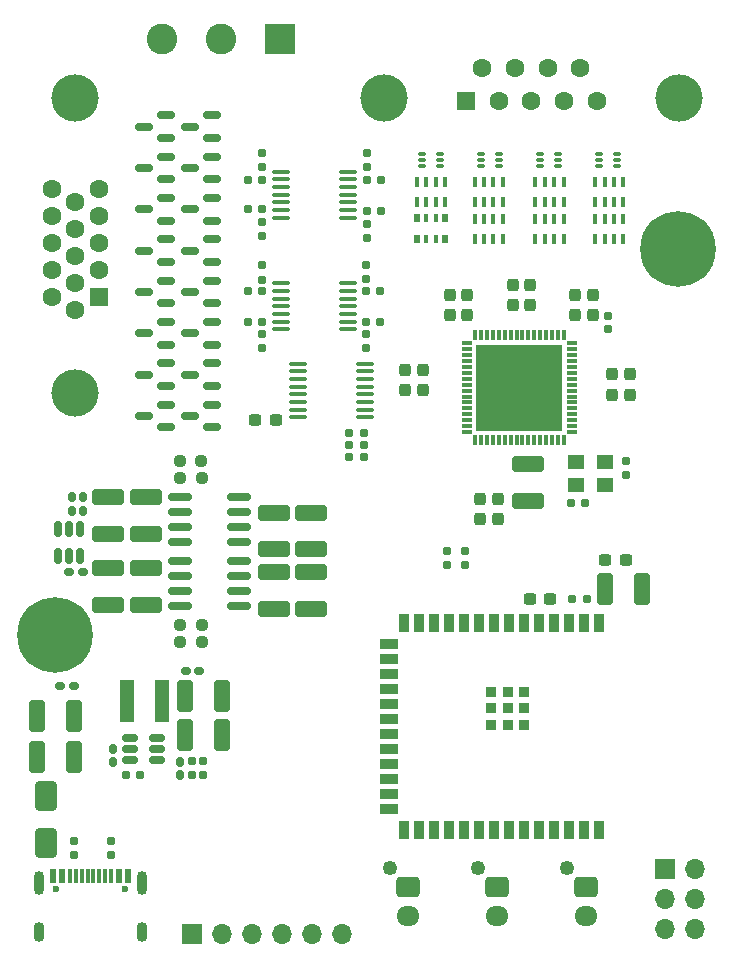
<source format=gbr>
%TF.GenerationSoftware,KiCad,Pcbnew,8.0.2*%
%TF.CreationDate,2025-01-11T16:17:31-03:00*%
%TF.ProjectId,EEG,4545472e-6b69-4636-9164-5f7063625858,rev?*%
%TF.SameCoordinates,Original*%
%TF.FileFunction,Soldermask,Top*%
%TF.FilePolarity,Negative*%
%FSLAX46Y46*%
G04 Gerber Fmt 4.6, Leading zero omitted, Abs format (unit mm)*
G04 Created by KiCad (PCBNEW 8.0.2) date 2025-01-11 16:17:31*
%MOMM*%
%LPD*%
G01*
G04 APERTURE LIST*
G04 Aperture macros list*
%AMRoundRect*
0 Rectangle with rounded corners*
0 $1 Rounding radius*
0 $2 $3 $4 $5 $6 $7 $8 $9 X,Y pos of 4 corners*
0 Add a 4 corners polygon primitive as box body*
4,1,4,$2,$3,$4,$5,$6,$7,$8,$9,$2,$3,0*
0 Add four circle primitives for the rounded corners*
1,1,$1+$1,$2,$3*
1,1,$1+$1,$4,$5*
1,1,$1+$1,$6,$7*
1,1,$1+$1,$8,$9*
0 Add four rect primitives between the rounded corners*
20,1,$1+$1,$2,$3,$4,$5,0*
20,1,$1+$1,$4,$5,$6,$7,0*
20,1,$1+$1,$6,$7,$8,$9,0*
20,1,$1+$1,$8,$9,$2,$3,0*%
G04 Aperture macros list end*
%ADD10RoundRect,0.237500X0.237500X-0.300000X0.237500X0.300000X-0.237500X0.300000X-0.237500X-0.300000X0*%
%ADD11RoundRect,0.150000X0.587500X0.150000X-0.587500X0.150000X-0.587500X-0.150000X0.587500X-0.150000X0*%
%ADD12R,0.400000X0.900000*%
%ADD13RoundRect,0.237500X-0.250000X-0.237500X0.250000X-0.237500X0.250000X0.237500X-0.250000X0.237500X0*%
%ADD14R,0.500000X0.800000*%
%ADD15R,0.400000X0.800000*%
%ADD16RoundRect,0.160000X-0.160000X0.197500X-0.160000X-0.197500X0.160000X-0.197500X0.160000X0.197500X0*%
%ADD17RoundRect,0.237500X0.300000X0.237500X-0.300000X0.237500X-0.300000X-0.237500X0.300000X-0.237500X0*%
%ADD18RoundRect,0.250000X0.412500X1.100000X-0.412500X1.100000X-0.412500X-1.100000X0.412500X-1.100000X0*%
%ADD19RoundRect,0.100000X-0.637500X-0.100000X0.637500X-0.100000X0.637500X0.100000X-0.637500X0.100000X0*%
%ADD20RoundRect,0.250000X-0.650000X1.000000X-0.650000X-1.000000X0.650000X-1.000000X0.650000X1.000000X0*%
%ADD21RoundRect,0.160000X0.160000X-0.197500X0.160000X0.197500X-0.160000X0.197500X-0.160000X-0.197500X0*%
%ADD22C,0.800000*%
%ADD23C,6.400000*%
%ADD24RoundRect,0.237500X-0.237500X0.300000X-0.237500X-0.300000X0.237500X-0.300000X0.237500X0.300000X0*%
%ADD25RoundRect,0.150000X-0.825000X-0.150000X0.825000X-0.150000X0.825000X0.150000X-0.825000X0.150000X0*%
%ADD26RoundRect,0.160000X-0.197500X-0.160000X0.197500X-0.160000X0.197500X0.160000X-0.197500X0.160000X0*%
%ADD27RoundRect,0.237500X-0.300000X-0.237500X0.300000X-0.237500X0.300000X0.237500X-0.300000X0.237500X0*%
%ADD28RoundRect,0.237500X0.250000X0.237500X-0.250000X0.237500X-0.250000X-0.237500X0.250000X-0.237500X0*%
%ADD29RoundRect,0.250000X-0.412500X-1.100000X0.412500X-1.100000X0.412500X1.100000X-0.412500X1.100000X0*%
%ADD30RoundRect,0.050000X-0.285000X-0.100000X0.285000X-0.100000X0.285000X0.100000X-0.285000X0.100000X0*%
%ADD31C,4.000000*%
%ADD32R,1.600000X1.600000*%
%ADD33C,1.600000*%
%ADD34C,1.250000*%
%ADD35RoundRect,0.250000X-0.725000X0.600000X-0.725000X-0.600000X0.725000X-0.600000X0.725000X0.600000X0*%
%ADD36O,1.950000X1.700000*%
%ADD37RoundRect,0.155000X-0.155000X0.212500X-0.155000X-0.212500X0.155000X-0.212500X0.155000X0.212500X0*%
%ADD38RoundRect,0.250000X-1.100000X0.412500X-1.100000X-0.412500X1.100000X-0.412500X1.100000X0.412500X0*%
%ADD39RoundRect,0.160000X0.197500X0.160000X-0.197500X0.160000X-0.197500X-0.160000X0.197500X-0.160000X0*%
%ADD40RoundRect,0.160000X0.160000X-0.222500X0.160000X0.222500X-0.160000X0.222500X-0.160000X-0.222500X0*%
%ADD41C,0.600000*%
%ADD42R,0.600000X1.160000*%
%ADD43R,0.300000X1.160000*%
%ADD44O,0.900000X2.000000*%
%ADD45O,0.900000X1.700000*%
%ADD46RoundRect,0.250000X1.100000X-0.412500X1.100000X0.412500X-1.100000X0.412500X-1.100000X-0.412500X0*%
%ADD47R,1.150000X3.600000*%
%ADD48RoundRect,0.150000X-0.150000X0.512500X-0.150000X-0.512500X0.150000X-0.512500X0.150000X0.512500X0*%
%ADD49R,2.600000X2.600000*%
%ADD50C,2.600000*%
%ADD51R,1.400000X1.200000*%
%ADD52R,0.850000X0.300000*%
%ADD53R,0.300000X0.850000*%
%ADD54R,7.350000X7.350000*%
%ADD55RoundRect,0.160000X0.222500X0.160000X-0.222500X0.160000X-0.222500X-0.160000X0.222500X-0.160000X0*%
%ADD56RoundRect,0.155000X-0.212500X-0.155000X0.212500X-0.155000X0.212500X0.155000X-0.212500X0.155000X0*%
%ADD57RoundRect,0.160000X-0.222500X-0.160000X0.222500X-0.160000X0.222500X0.160000X-0.222500X0.160000X0*%
%ADD58R,1.700000X1.700000*%
%ADD59O,1.700000X1.700000*%
%ADD60RoundRect,0.150000X-0.512500X-0.150000X0.512500X-0.150000X0.512500X0.150000X-0.512500X0.150000X0*%
%ADD61R,0.900000X1.500000*%
%ADD62R,1.500000X0.900000*%
%ADD63R,0.900000X0.900000*%
G04 APERTURE END LIST*
D10*
%TO.C,C4*%
X183800000Y-96712500D03*
X183800000Y-94987500D03*
%TD*%
D11*
%TO.C,Q7*%
X147700000Y-95700000D03*
X147700000Y-93800000D03*
X145825000Y-94750000D03*
%TD*%
D12*
%TO.C,CN4*%
X184000000Y-90300000D03*
X184800000Y-90300000D03*
X185600000Y-90300000D03*
X186400000Y-90300000D03*
X186400000Y-88600000D03*
X185600000Y-88600000D03*
X184800000Y-88600000D03*
X184000000Y-88600000D03*
%TD*%
D13*
%TO.C,R10*%
X148880000Y-122925000D03*
X150705000Y-122925000D03*
%TD*%
D10*
%TO.C,C14*%
X185450000Y-101725000D03*
X185450000Y-103450000D03*
%TD*%
D12*
%TO.C,RN3*%
X178950000Y-87150000D03*
X179750000Y-87150000D03*
X180550000Y-87150000D03*
X181350000Y-87150000D03*
X181350000Y-85450000D03*
X180550000Y-85450000D03*
X179750000Y-85450000D03*
X178950000Y-85450000D03*
%TD*%
D14*
%TO.C,CN1*%
X168900000Y-90300000D03*
D15*
X169700000Y-90300000D03*
X170500000Y-90300000D03*
D14*
X171300000Y-90300000D03*
X171300000Y-88500000D03*
D15*
X170500000Y-88500000D03*
X169700000Y-88500000D03*
D14*
X168900000Y-88500000D03*
%TD*%
D16*
%TO.C,R7*%
X149842500Y-134477500D03*
X149842500Y-135672500D03*
%TD*%
D17*
%TO.C,C39*%
X156962500Y-105600000D03*
X155237500Y-105600000D03*
%TD*%
D18*
%TO.C,C22*%
X139852500Y-130625000D03*
X136727500Y-130625000D03*
%TD*%
D19*
%TO.C,U12*%
X158825000Y-100825000D03*
X158825000Y-101475000D03*
X158825000Y-102125000D03*
X158825000Y-102775000D03*
X158825000Y-103425000D03*
X158825000Y-104075000D03*
X158825000Y-104725000D03*
X158825000Y-105375000D03*
X164550000Y-105375000D03*
X164550000Y-104725000D03*
X164550000Y-104075000D03*
X164550000Y-103425000D03*
X164550000Y-102775000D03*
X164550000Y-102125000D03*
X164550000Y-101475000D03*
X164550000Y-100825000D03*
%TD*%
D20*
%TO.C,D1*%
X137480000Y-137425000D03*
X137480000Y-141425000D03*
%TD*%
D21*
%TO.C,R33*%
X172980000Y-117860000D03*
X172980000Y-116665000D03*
%TD*%
D10*
%TO.C,C10*%
X178515000Y-95850000D03*
X178515000Y-94125000D03*
%TD*%
%TO.C,C11*%
X177025000Y-95850000D03*
X177025000Y-94125000D03*
%TD*%
D22*
%TO.C,H2*%
X188600000Y-91100000D03*
X189302944Y-89402944D03*
X189302944Y-92797056D03*
X191000000Y-88700000D03*
D23*
X191000000Y-91100000D03*
D22*
X191000000Y-93500000D03*
X192697056Y-89402944D03*
X192697056Y-92797056D03*
X193400000Y-91100000D03*
%TD*%
D19*
%TO.C,U10*%
X157375000Y-94001250D03*
X157375000Y-94651250D03*
X157375000Y-95301250D03*
X157375000Y-95951250D03*
X157375000Y-96601250D03*
X157375000Y-97251250D03*
X157375000Y-97901250D03*
X163100000Y-97901250D03*
X163100000Y-97251250D03*
X163100000Y-96601250D03*
X163100000Y-95951250D03*
X163100000Y-95301250D03*
X163100000Y-94651250D03*
X163100000Y-94001250D03*
%TD*%
D11*
%TO.C,Q4*%
X151600000Y-102700000D03*
X151600000Y-100800000D03*
X149725000Y-101750000D03*
%TD*%
%TO.C,Q16*%
X151600000Y-81700000D03*
X151600000Y-79800000D03*
X149725000Y-80750000D03*
%TD*%
D24*
%TO.C,C8*%
X175800000Y-112237500D03*
X175800000Y-113962500D03*
%TD*%
D25*
%TO.C,U9*%
X148880000Y-117525000D03*
X148880000Y-118795000D03*
X148880000Y-120065000D03*
X148880000Y-121335000D03*
X153830000Y-121335000D03*
X153830000Y-120065000D03*
X153830000Y-118795000D03*
X153830000Y-117525000D03*
%TD*%
D12*
%TO.C,CN3*%
X178950000Y-90300000D03*
X179750000Y-90300000D03*
X180550000Y-90300000D03*
X181350000Y-90300000D03*
X181350000Y-88600000D03*
X180550000Y-88600000D03*
X179750000Y-88600000D03*
X178950000Y-88600000D03*
%TD*%
D21*
%TO.C,R16*%
X155800000Y-99498750D03*
X155800000Y-98303750D03*
%TD*%
D26*
%TO.C,R29*%
X163205000Y-106700000D03*
X164400000Y-106700000D03*
%TD*%
D27*
%TO.C,C2*%
X184875000Y-117462500D03*
X186600000Y-117462500D03*
%TD*%
D28*
%TO.C,R8*%
X150667500Y-109025000D03*
X148842500Y-109025000D03*
%TD*%
D10*
%TO.C,C9*%
X182300000Y-96720000D03*
X182300000Y-94995000D03*
%TD*%
D29*
%TO.C,C24*%
X149280000Y-128975000D03*
X152405000Y-128975000D03*
%TD*%
D30*
%TO.C,U2*%
X169360000Y-83100000D03*
X169360000Y-83600000D03*
X169360000Y-84100000D03*
X170840000Y-84100000D03*
X170840000Y-83600000D03*
X170840000Y-83100000D03*
%TD*%
D31*
%TO.C,J3*%
X191100000Y-78300000D03*
X166100000Y-78300000D03*
D32*
X173060000Y-78600000D03*
D33*
X175830000Y-78600000D03*
X178600000Y-78600000D03*
X181370000Y-78600000D03*
X184140000Y-78600000D03*
X174445000Y-75760000D03*
X177215000Y-75760000D03*
X179985000Y-75760000D03*
X182755000Y-75760000D03*
%TD*%
D10*
%TO.C,C13*%
X171700000Y-96720000D03*
X171700000Y-94995000D03*
%TD*%
D34*
%TO.C,J7*%
X166600000Y-143500000D03*
D35*
X168200000Y-145100000D03*
D36*
X168200000Y-147600000D03*
%TD*%
D11*
%TO.C,Q3*%
X147700000Y-102700000D03*
X147700000Y-100800000D03*
X145825000Y-101750000D03*
%TD*%
D13*
%TO.C,R5*%
X148855000Y-110525000D03*
X150680000Y-110525000D03*
%TD*%
D10*
%TO.C,C6*%
X169400000Y-103062500D03*
X169400000Y-101337500D03*
%TD*%
D34*
%TO.C,J8*%
X174100000Y-143500000D03*
D35*
X175700000Y-145100000D03*
D36*
X175700000Y-147600000D03*
%TD*%
D21*
%TO.C,R6*%
X150842500Y-134475000D03*
X150842500Y-135670000D03*
%TD*%
D11*
%TO.C,Q5*%
X147700000Y-99200000D03*
X147700000Y-97300000D03*
X145825000Y-98250000D03*
%TD*%
D37*
%TO.C,C19*%
X186600000Y-109100000D03*
X186600000Y-110235000D03*
%TD*%
D30*
%TO.C,U5*%
X184360000Y-83100000D03*
X184360000Y-83600000D03*
X184360000Y-84100000D03*
X185840000Y-84100000D03*
X185840000Y-83600000D03*
X185840000Y-83100000D03*
%TD*%
D16*
%TO.C,R18*%
X164600000Y-92453750D03*
X164600000Y-93648750D03*
%TD*%
D38*
%TO.C,C29*%
X142780000Y-112125000D03*
X142780000Y-115250000D03*
%TD*%
D26*
%TO.C,R30*%
X163205000Y-107700000D03*
X164400000Y-107700000D03*
%TD*%
D12*
%TO.C,RN2*%
X173800000Y-87150000D03*
X174600000Y-87150000D03*
X175400000Y-87150000D03*
X176200000Y-87150000D03*
X176200000Y-85450000D03*
X175400000Y-85450000D03*
X174600000Y-85450000D03*
X173800000Y-85450000D03*
%TD*%
D11*
%TO.C,Q6*%
X151600000Y-99200000D03*
X151600000Y-97300000D03*
X149725000Y-98250000D03*
%TD*%
D16*
%TO.C,R15*%
X155800000Y-92503750D03*
X155800000Y-93698750D03*
%TD*%
D10*
%TO.C,C12*%
X173200000Y-96720000D03*
X173200000Y-94995000D03*
%TD*%
D19*
%TO.C,U11*%
X157375000Y-84550000D03*
X157375000Y-85200000D03*
X157375000Y-85850000D03*
X157375000Y-86500000D03*
X157375000Y-87150000D03*
X157375000Y-87800000D03*
X157375000Y-88450000D03*
X163100000Y-88450000D03*
X163100000Y-87800000D03*
X163100000Y-87150000D03*
X163100000Y-86500000D03*
X163100000Y-85850000D03*
X163100000Y-85200000D03*
X163100000Y-84550000D03*
%TD*%
D39*
%TO.C,R20*%
X155797500Y-87750000D03*
X154602500Y-87750000D03*
%TD*%
D40*
%TO.C,C33*%
X139680000Y-113270000D03*
X139680000Y-112125000D03*
%TD*%
D29*
%TO.C,C25*%
X149280000Y-132275000D03*
X152405000Y-132275000D03*
%TD*%
D39*
%TO.C,R12*%
X155800000Y-97301250D03*
X154605000Y-97301250D03*
%TD*%
D41*
%TO.C,J2*%
X138390000Y-145275000D03*
X144170000Y-145275000D03*
D42*
X138080000Y-144215000D03*
X138880000Y-144215000D03*
D43*
X140030000Y-144215000D03*
X141030000Y-144215000D03*
X141530000Y-144215000D03*
X142530000Y-144215000D03*
D42*
X143680000Y-144215000D03*
X144480000Y-144215000D03*
X144480000Y-144215000D03*
X143680000Y-144215000D03*
D43*
X143030000Y-144215000D03*
X142030000Y-144215000D03*
X140530000Y-144215000D03*
X139530000Y-144215000D03*
D42*
X138880000Y-144215000D03*
X138080000Y-144215000D03*
D44*
X136960000Y-144795000D03*
D45*
X136960000Y-148965000D03*
D44*
X145600000Y-144795000D03*
D45*
X145600000Y-148965000D03*
%TD*%
D46*
%TO.C,C37*%
X156780000Y-121550000D03*
X156780000Y-118425000D03*
%TD*%
D47*
%TO.C,L1*%
X144367500Y-129375000D03*
X147317500Y-129375000D03*
%TD*%
D26*
%TO.C,R13*%
X164602500Y-97301250D03*
X165797500Y-97301250D03*
%TD*%
D48*
%TO.C,U8*%
X140405000Y-114792500D03*
X139455000Y-114792500D03*
X138505000Y-114792500D03*
X138505000Y-117067500D03*
X139455000Y-117067500D03*
X140405000Y-117067500D03*
%TD*%
D49*
%TO.C,J5*%
X157300000Y-73300000D03*
D50*
X152300000Y-73300000D03*
X147300000Y-73300000D03*
%TD*%
D11*
%TO.C,Q1*%
X147700000Y-106200000D03*
X147700000Y-104300000D03*
X145825000Y-105250000D03*
%TD*%
%TO.C,Q9*%
X147700000Y-92200000D03*
X147700000Y-90300000D03*
X145825000Y-91250000D03*
%TD*%
D51*
%TO.C,Y1*%
X182400000Y-111050000D03*
X184800000Y-111050000D03*
X184800000Y-109150000D03*
X182400000Y-109150000D03*
%TD*%
D11*
%TO.C,Q15*%
X145825000Y-80750000D03*
X147700000Y-79800000D03*
X147700000Y-81700000D03*
%TD*%
D39*
%TO.C,R11*%
X155800000Y-94701250D03*
X154605000Y-94701250D03*
%TD*%
D21*
%TO.C,R24*%
X155800000Y-90045000D03*
X155800000Y-88850000D03*
%TD*%
%TO.C,R17*%
X164600000Y-99498750D03*
X164600000Y-98303750D03*
%TD*%
D11*
%TO.C,Q11*%
X147700000Y-88700000D03*
X147700000Y-86800000D03*
X145825000Y-87750000D03*
%TD*%
D52*
%TO.C,IC1*%
X173150000Y-99100000D03*
X173150000Y-99600000D03*
X173150000Y-100100000D03*
X173150000Y-100600000D03*
X173150000Y-101100000D03*
X173150000Y-101600000D03*
X173150000Y-102100000D03*
X173150000Y-102600000D03*
X173150000Y-103100000D03*
X173150000Y-103600000D03*
X173150000Y-104100000D03*
X173150000Y-104600000D03*
X173150000Y-105100000D03*
X173150000Y-105600000D03*
X173150000Y-106100000D03*
X173150000Y-106600000D03*
D53*
X173850000Y-107300000D03*
X174350000Y-107300000D03*
X174850000Y-107300000D03*
X175350000Y-107300000D03*
X175850000Y-107300000D03*
X176350000Y-107300000D03*
X176850000Y-107300000D03*
X177350000Y-107300000D03*
X177850000Y-107300000D03*
X178350000Y-107300000D03*
X178850000Y-107300000D03*
X179350000Y-107300000D03*
X179850000Y-107300000D03*
X180350000Y-107300000D03*
X180850000Y-107300000D03*
X181350000Y-107300000D03*
D52*
X182050000Y-106600000D03*
X182050000Y-106100000D03*
X182050000Y-105600000D03*
X182050000Y-105100000D03*
X182050000Y-104600000D03*
X182050000Y-104100000D03*
X182050000Y-103600000D03*
X182050000Y-103100000D03*
X182050000Y-102600000D03*
X182050000Y-102100000D03*
X182050000Y-101600000D03*
X182050000Y-101100000D03*
X182050000Y-100600000D03*
X182050000Y-100100000D03*
X182050000Y-99600000D03*
X182050000Y-99100000D03*
D53*
X181350000Y-98400000D03*
X180850000Y-98400000D03*
X180350000Y-98400000D03*
X179850000Y-98400000D03*
X179350000Y-98400000D03*
X178850000Y-98400000D03*
X178350000Y-98400000D03*
X177850000Y-98400000D03*
X177350000Y-98400000D03*
X176850000Y-98400000D03*
X176350000Y-98400000D03*
X175850000Y-98400000D03*
X175350000Y-98400000D03*
X174850000Y-98400000D03*
X174350000Y-98400000D03*
X173850000Y-98400000D03*
D54*
X177600000Y-102850000D03*
%TD*%
D55*
%TO.C,C34*%
X140622500Y-118492500D03*
X139477500Y-118492500D03*
%TD*%
D26*
%TO.C,R14*%
X164605000Y-94701250D03*
X165800000Y-94701250D03*
%TD*%
D39*
%TO.C,R19*%
X155800000Y-85250000D03*
X154605000Y-85250000D03*
%TD*%
D16*
%TO.C,Rcc1*%
X142980000Y-141230000D03*
X142980000Y-142425000D03*
%TD*%
D11*
%TO.C,Q14*%
X151600000Y-85200000D03*
X151600000Y-83300000D03*
X149725000Y-84250000D03*
%TD*%
D55*
%TO.C,C26*%
X150487500Y-126875000D03*
X149342500Y-126875000D03*
%TD*%
D46*
%TO.C,C36*%
X145980000Y-121225000D03*
X145980000Y-118100000D03*
%TD*%
D40*
%TO.C,C20*%
X143205000Y-134570000D03*
X143205000Y-133425000D03*
%TD*%
%TO.C,C27*%
X148842500Y-135675000D03*
X148842500Y-134530000D03*
%TD*%
D11*
%TO.C,Q2*%
X151600000Y-106200000D03*
X151600000Y-104300000D03*
X149725000Y-105250000D03*
%TD*%
D26*
%TO.C,R22*%
X164700000Y-85250000D03*
X165895000Y-85250000D03*
%TD*%
D56*
%TO.C,C18*%
X182000000Y-112600000D03*
X183135000Y-112600000D03*
%TD*%
D26*
%TO.C,R21*%
X164700000Y-87850000D03*
X165895000Y-87850000D03*
%TD*%
D12*
%TO.C,CN2*%
X173800000Y-90300000D03*
X174600000Y-90300000D03*
X175400000Y-90300000D03*
X176200000Y-90300000D03*
X176200000Y-88600000D03*
X175400000Y-88600000D03*
X174600000Y-88600000D03*
X173800000Y-88600000D03*
%TD*%
D16*
%TO.C,R26*%
X164700000Y-82952500D03*
X164700000Y-84147500D03*
%TD*%
D39*
%TO.C,R4*%
X145500000Y-135625000D03*
X144305000Y-135625000D03*
%TD*%
D24*
%TO.C,C17*%
X174300000Y-112237500D03*
X174300000Y-113962500D03*
%TD*%
D21*
%TO.C,R25*%
X164700000Y-90147500D03*
X164700000Y-88952500D03*
%TD*%
D34*
%TO.C,J9*%
X181600000Y-143500000D03*
D35*
X183200000Y-145100000D03*
D36*
X183200000Y-147600000D03*
%TD*%
D38*
%TO.C,C7*%
X178300000Y-109350000D03*
X178300000Y-112475000D03*
%TD*%
D16*
%TO.C,R23*%
X155800000Y-82955000D03*
X155800000Y-84150000D03*
%TD*%
D57*
%TO.C,C23*%
X138707500Y-128125000D03*
X139852500Y-128125000D03*
%TD*%
D21*
%TO.C,R34*%
X171480000Y-117862500D03*
X171480000Y-116667500D03*
%TD*%
D46*
%TO.C,C38*%
X159980000Y-121550000D03*
X159980000Y-118425000D03*
%TD*%
D10*
%TO.C,C16*%
X167900000Y-103062500D03*
X167900000Y-101337500D03*
%TD*%
D16*
%TO.C,Rcc2*%
X139880000Y-141230000D03*
X139880000Y-142425000D03*
%TD*%
D38*
%TO.C,C30*%
X159980000Y-113425000D03*
X159980000Y-116550000D03*
%TD*%
D11*
%TO.C,Q10*%
X151600000Y-92200000D03*
X151600000Y-90300000D03*
X149725000Y-91250000D03*
%TD*%
D17*
%TO.C,C3*%
X180200000Y-120762500D03*
X178475000Y-120762500D03*
%TD*%
D30*
%TO.C,U3*%
X174360000Y-83100000D03*
X174360000Y-83600000D03*
X174360000Y-84100000D03*
X175840000Y-84100000D03*
X175840000Y-83600000D03*
X175840000Y-83100000D03*
%TD*%
D18*
%TO.C,C21*%
X139852500Y-134125000D03*
X136727500Y-134125000D03*
%TD*%
D28*
%TO.C,R9*%
X150705000Y-124425000D03*
X148880000Y-124425000D03*
%TD*%
D37*
%TO.C,C5*%
X185100000Y-96765000D03*
X185100000Y-97900000D03*
%TD*%
D46*
%TO.C,C35*%
X142780000Y-121225000D03*
X142780000Y-118100000D03*
%TD*%
D25*
%TO.C,U6*%
X148880000Y-112125000D03*
X148880000Y-113395000D03*
X148880000Y-114665000D03*
X148880000Y-115935000D03*
X153830000Y-115935000D03*
X153830000Y-114665000D03*
X153830000Y-113395000D03*
X153830000Y-112125000D03*
%TD*%
D11*
%TO.C,Q13*%
X147700000Y-85200000D03*
X147700000Y-83300000D03*
X145825000Y-84250000D03*
%TD*%
D30*
%TO.C,U4*%
X179360000Y-83100000D03*
X179360000Y-83600000D03*
X179360000Y-84100000D03*
X180840000Y-84100000D03*
X180840000Y-83600000D03*
X180840000Y-83100000D03*
%TD*%
D58*
%TO.C,J4*%
X149900000Y-149100000D03*
D59*
X152440000Y-149100000D03*
X154980000Y-149100000D03*
X157520000Y-149100000D03*
X160060000Y-149100000D03*
X162600000Y-149100000D03*
%TD*%
D38*
%TO.C,C28*%
X145980000Y-112125000D03*
X145980000Y-115250000D03*
%TD*%
D60*
%TO.C,U7*%
X144667500Y-132475000D03*
X144667500Y-133425000D03*
X144667500Y-134375000D03*
X146942500Y-134375000D03*
X146942500Y-133425000D03*
X146942500Y-132475000D03*
%TD*%
D31*
%TO.C,J1*%
X139930001Y-78340000D03*
X139930000Y-103340000D03*
D32*
X141980000Y-95155000D03*
D33*
X141980000Y-92864999D03*
X141980000Y-90575000D03*
X141980000Y-88284999D03*
X141980000Y-85995000D03*
X140000000Y-96300000D03*
X140000000Y-94010000D03*
X140000000Y-91720000D03*
X140000000Y-89430000D03*
X140000000Y-87140000D03*
X138020000Y-95155000D03*
X138020000Y-92865000D03*
X138020000Y-90575000D03*
X138020000Y-88285000D03*
X138020000Y-85995000D03*
%TD*%
D29*
%TO.C,C1*%
X184875000Y-119862500D03*
X188000000Y-119862500D03*
%TD*%
D22*
%TO.C,H1*%
X140697056Y-123797056D03*
X139994112Y-125494112D03*
X139994112Y-122100000D03*
X138297056Y-126197056D03*
D23*
X138297056Y-123797056D03*
D22*
X138297056Y-121397056D03*
X136600000Y-125494112D03*
X136600000Y-122100000D03*
X135897056Y-123797056D03*
%TD*%
D12*
%TO.C,RN4*%
X184000000Y-87150000D03*
X184800000Y-87150000D03*
X185600000Y-87150000D03*
X186400000Y-87150000D03*
X186400000Y-85450000D03*
X185600000Y-85450000D03*
X184800000Y-85450000D03*
X184000000Y-85450000D03*
%TD*%
D58*
%TO.C,J6*%
X189925000Y-143575000D03*
D59*
X192465000Y-143575000D03*
X189925000Y-146115000D03*
X192465000Y-146115000D03*
X189925000Y-148655000D03*
X192465000Y-148655000D03*
%TD*%
D26*
%TO.C,R28*%
X163205000Y-108700000D03*
X164400000Y-108700000D03*
%TD*%
D12*
%TO.C,RN1*%
X168900000Y-87150000D03*
X169700000Y-87150000D03*
X170500000Y-87150000D03*
X171300000Y-87150000D03*
X171300000Y-85450000D03*
X170500000Y-85450000D03*
X169700000Y-85450000D03*
X168900000Y-85450000D03*
%TD*%
D39*
%TO.C,R1*%
X183277500Y-120762500D03*
X182082500Y-120762500D03*
%TD*%
D38*
%TO.C,C31*%
X156780000Y-113425000D03*
X156780000Y-116550000D03*
%TD*%
D40*
%TO.C,C32*%
X140680000Y-113270000D03*
X140680000Y-112125000D03*
%TD*%
D11*
%TO.C,Q8*%
X151600000Y-95700000D03*
X151600000Y-93800000D03*
X149725000Y-94750000D03*
%TD*%
%TO.C,Q12*%
X151600000Y-88700000D03*
X151600000Y-86800000D03*
X149725000Y-87750000D03*
%TD*%
D10*
%TO.C,C15*%
X186950000Y-101725000D03*
X186950000Y-103450000D03*
%TD*%
D61*
%TO.C,U1*%
X184320000Y-122762500D03*
X183050000Y-122762500D03*
X181780000Y-122762500D03*
X180510000Y-122762500D03*
X179240000Y-122762500D03*
X177970000Y-122762500D03*
X176700000Y-122762500D03*
X175430000Y-122762500D03*
X174160000Y-122762500D03*
X172890000Y-122762500D03*
X171620000Y-122762500D03*
X170350000Y-122762500D03*
X169080000Y-122762500D03*
X167810000Y-122762500D03*
D62*
X166560000Y-124527500D03*
X166560000Y-125797500D03*
X166560000Y-127067500D03*
X166560000Y-128337500D03*
X166560000Y-129607500D03*
X166560000Y-130877500D03*
X166560000Y-132147500D03*
X166560000Y-133417500D03*
X166560000Y-134687500D03*
X166560000Y-135957500D03*
X166560000Y-137227500D03*
X166560000Y-138497500D03*
D61*
X167810000Y-140262500D03*
X169080000Y-140262500D03*
X170350000Y-140262500D03*
X171620000Y-140262500D03*
X172890000Y-140262500D03*
X174160000Y-140262500D03*
X175430000Y-140262500D03*
X176700000Y-140262500D03*
X177970000Y-140262500D03*
X179240000Y-140262500D03*
X180510000Y-140262500D03*
X181780000Y-140262500D03*
X183050000Y-140262500D03*
X184320000Y-140262500D03*
D63*
X178000000Y-128612500D03*
X176600000Y-128612500D03*
X175200000Y-128612500D03*
X175200000Y-128612500D03*
X178000000Y-130012500D03*
X178000000Y-130012500D03*
X176600000Y-130012500D03*
X175200000Y-130012500D03*
X178000000Y-131412500D03*
X176600000Y-131412500D03*
X175200000Y-131412500D03*
%TD*%
M02*

</source>
